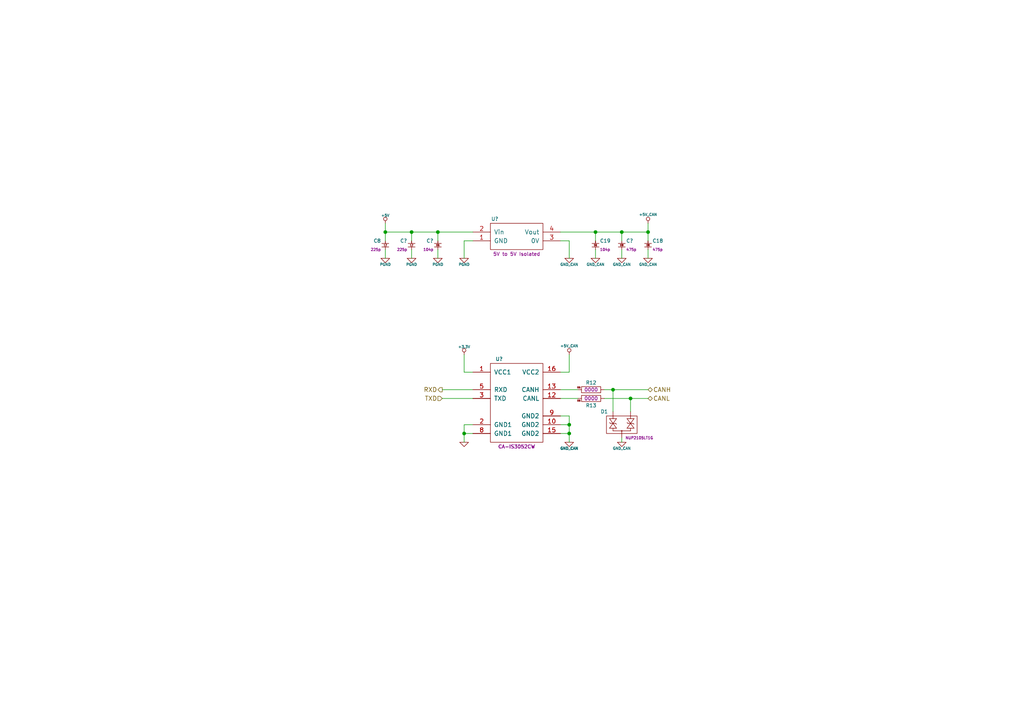
<source format=kicad_sch>
(kicad_sch (version 20231120) (generator "eeschema") (generator_version "8.0")
  (paper "A4")
  (lib_symbols
    (symbol "+5V_ISO_1" (power) (pin_names (offset 1.016))
      (property "Value" "+5V_CAN" (at 0 3.81 0))
      (symbol "+5V_ISO_1_0_1"
        (polyline (pts (xy 0 0) (xy 0 0.762) (xy 0 0.762) (xy 0 0.762)))
        (circle (center 0 1.27) (radius 0.508))
      )
      (symbol "+5V_ISO_1_1_0"
        (pin power_in line (at 0 0 90) (length 0) hide (name "+5V_CAN") (number "1"))
      )
    )
    (symbol "Capacitor_MLCC:0603B104K500" (pin_numbers hide) (pin_names (offset 1.016) hide)
      (property "Reference" "C" (at 1.27 1.27 0))
      (property "#Value" "104p" (at 1.27 -1.27 0))
      (symbol "0603B104K500_0_0"
        (text "06" (at 0 0 0) (effects (font (size 0.508 0.508))))
      )
      (symbol "0603B104K500_0_1"
        (polyline (pts (xy -1.016 -0.508) (xy 1.016 -0.508)))
        (polyline (pts (xy -1.016 0.508) (xy 1.016 0.508)))
        (polyline (pts (xy 0 1.27) (xy 0 0.635) (xy 0 0.635)))
      )
      (symbol "0603B104K500_1_1"
        (pin passive line (at 0 -1.27 90) (length 0.762) (name "~") (number "1"))
        (pin passive line (at 0 1.27 270) (length 0.762) (name "~") (number "2"))
      )
    )
    (symbol "Capacitor_MLCC:0805B475K160" (pin_numbers hide) (pin_names (offset 1.016) hide)
      (property "Reference" "C" (at 1.27 1.27 0))
      (property "#Value" "475p" (at 1.27 -1.27 0))
      (symbol "0805B475K160_0_0"
        (text "08" (at 0 0 0) (effects (font (size 0.508 0.508))))
      )
      (symbol "0805B475K160_0_1"
        (polyline (pts (xy -1.016 -0.508) (xy 1.016 -0.508)))
        (polyline (pts (xy -1.016 0.508) (xy 1.016 0.508)))
        (polyline (pts (xy 0 1.27) (xy 0 0.635) (xy 0 0.635)))
      )
      (symbol "0805B475K160_1_1"
        (pin passive line (at 0 -1.27 90) (length 0.762) (name "~") (number "1"))
        (pin passive line (at 0 1.27 270) (length 0.762) (name "~") (number "2"))
      )
    )
    (symbol "Capacitor_MLCC:1206B225K500" (pin_numbers hide) (pin_names (offset 1.016) hide)
      (property "Reference" "C" (at 1.27 1.27 0))
      (property "#Value" "225p" (at 1.27 -1.27 0))
      (symbol "1206B225K500_0_0"
        (text "12" (at 0 0 0) (effects (font (size 0.508 0.508))))
      )
      (symbol "1206B225K500_0_1"
        (polyline (pts (xy -1.016 -0.508) (xy 1.016 -0.508)))
        (polyline (pts (xy -1.016 0.508) (xy 1.016 0.508)))
        (polyline (pts (xy 0 1.27) (xy 0 0.635) (xy 0 0.635)))
      )
      (symbol "1206B225K500_1_1"
        (pin passive line (at 0 -1.27 90) (length 0.762) (name "~") (number "1"))
        (pin passive line (at 0 1.27 270) (length 0.762) (name "~") (number "2"))
      )
    )
    (symbol "GND_ISO_1" (power) (pin_names (offset 0))
      (property "Value" "GND_CAN" (at 0 -1.778 0))
      (symbol "GND_ISO_1_0_1"
        (polyline (pts (xy -1.27 0) (xy 0 -1.27) (xy 1.27 0) (xy -1.27 0)))
      )
      (symbol "GND_ISO_1_1_1"
        (pin power_in line (at 0 0 90) (length 0) hide (name "GND_CAN") (number "1"))
      )
    )
    (symbol "NUP2105LT1G_1" (pin_numbers hide) (pin_names (offset 1.016) hide)
      (property "Reference" "D" (at -5.08 3.81 0))
      (property "#Value" "NUP2105LT1G" (at 5.08 -3.81 0))
      (symbol "NUP2105LT1G_1_0_1"
        (rectangle (start -4.445 2.54) (end 4.445 -2.54))
        (circle (center 0 -1.778) (radius 0.127))
        (polyline (pts (xy -3.556 -1.016) (xy -1.524 -1.016)))
        (polyline (pts (xy -3.556 1.778) (xy -1.524 -1.016)))
        (polyline (pts (xy -3.302 0.381) (xy -3.556 0.635)))
        (polyline (pts (xy -2.54 -1.778) (xy -2.54 -1.016)))
        (polyline (pts (xy -2.54 0.381) (xy -1.778 0.381)))
        (polyline (pts (xy -2.54 1.778) (xy -3.556 1.778)))
        (polyline (pts (xy -2.54 1.778) (xy -1.524 1.778)))
        (polyline (pts (xy -2.54 2.54) (xy -2.54 1.778)))
        (polyline (pts (xy -1.778 0.381) (xy -1.524 0.127)))
        (polyline (pts (xy -1.524 1.778) (xy -3.556 -1.016)))
        (polyline (pts (xy 0 -1.778) (xy -2.54 -1.778)))
        (polyline (pts (xy 0 -1.778) (xy 0 -2.54)))
        (polyline (pts (xy 0 -1.778) (xy 2.54 -1.778)))
        (polyline (pts (xy -2.54 0.381) (xy -3.302 0.381) (xy -3.175 0.381)))
      )
      (symbol "NUP2105LT1G_1_1_1"
        (polyline (pts (xy 1.524 -1.016) (xy 3.556 -1.016)))
        (polyline (pts (xy 1.524 1.778) (xy 3.556 -1.016)))
        (polyline (pts (xy 1.778 0.381) (xy 1.524 0.635)))
        (polyline (pts (xy 2.54 -1.778) (xy 2.54 -1.016)))
        (polyline (pts (xy 2.54 0.381) (xy 3.302 0.381)))
        (polyline (pts (xy 2.54 1.778) (xy 1.524 1.778)))
        (polyline (pts (xy 2.54 1.778) (xy 3.556 1.778)))
        (polyline (pts (xy 2.54 2.54) (xy 2.54 1.778)))
        (polyline (pts (xy 3.302 0.381) (xy 3.556 0.127)))
        (polyline (pts (xy 3.556 1.778) (xy 1.524 -1.016)))
        (polyline (pts (xy 2.54 0.381) (xy 1.778 0.381) (xy 1.905 0.381)))
        (pin passive line (at -2.54 3.81 270) (length 1.27) (name "A2") (number "1"))
        (pin passive line (at 2.54 3.81 270) (length 1.27) (name "C1") (number "2"))
        (pin passive line (at 0 -3.81 90) (length 1.27) (name "A1C2") (number "3"))
      )
    )
    (symbol "Power_Module:B0505S-1W_ReSine PS" (pin_names (offset 1.016))
      (property "Reference" "U" (at -6.35 10.16 0))
      (property "#Value" "5V to 5V Isolated" (at 0 0 0))
      (symbol "B0505S-1W_ReSine PS_0_1"
        (rectangle (start -7.62 8.89) (end 7.62 1.27))
      )
      (symbol "B0505S-1W_ReSine PS_1_1"
        (pin power_in line (at -12.7 3.81 0) (length 5.08) (name "GND") (number "1"))
        (pin power_in line (at -12.7 6.35 0) (length 5.08) (name "Vin") (number "2"))
        (pin power_out line (at 12.7 3.81 180) (length 5.08) (name "0V") (number "3"))
        (pin power_out line (at 12.7 6.35 180) (length 5.08) (name "Vout") (number "4"))
      )
    )
    (symbol "Resistor:WR06X0000JTL" (pin_numbers hide) (pin_names (offset 0.0254))
      (property "Reference" "R" (at 0 2.032 0))
      (property "#Value" "0000" (at 0 0 0))
      (symbol "WR06X0000JTL_0_0"
        (text "06" (at -3.556 0.635 0) (effects (font (size 0.508 0.508))))
      )
      (symbol "WR06X0000JTL_0_1"
        (rectangle (start -2.794 -0.889) (end 2.794 0.889))
      )
      (symbol "WR06X0000JTL_1_1"
        (pin passive line (at -3.81 0 0) (length 1.016) (name "~") (number "1"))
        (pin passive line (at 3.81 0 180) (length 1.016) (name "~") (number "2"))
      )
    )
    (symbol "Transceiver:CA-IS3052CW" (pin_names (offset 1.016))
      (property "Reference" "U" (at -5.08 25.4 0))
      (property "#Value" "CA-IS3052CW" (at 0 0 0))
      (symbol "CA-IS3052CW_0_1"
        (rectangle (start -7.62 24.13) (end 7.62 1.27))
      )
      (symbol "CA-IS3052CW_1_1"
        (pin power_in line (at -12.7 21.59 0) (length 5.08) (name "VCC1") (number "1"))
        (pin power_in line (at 12.7 6.35 180) (length 5.08) (name "GND2") (number "10"))
        (pin bidirectional line (at 12.7 13.97 180) (length 5.08) (name "CANL") (number "12"))
        (pin bidirectional line (at 12.7 16.51 180) (length 5.08) (name "CANH") (number "13"))
        (pin power_in line (at 12.7 3.81 180) (length 5.08) (name "GND2") (number "15"))
        (pin power_in line (at 12.7 21.59 180) (length 5.08) (name "VCC2") (number "16"))
        (pin power_in line (at -12.7 6.35 0) (length 5.08) (name "GND1") (number "2"))
        (pin output line (at -12.7 13.97 0) (length 5.08) (name "TXD") (number "3"))
        (pin input line (at -12.7 16.51 0) (length 5.08) (name "RXD") (number "5"))
        (pin power_in line (at -12.7 3.81 0) (length 5.08) (name "GND1") (number "8"))
        (pin power_in line (at 12.7 8.89 180) (length 5.08) (name "GND2") (number "9"))
      )
    )
    (symbol "power:+3.3V" (power) (pin_names (offset 1.016))
      (property "Value" "+3.3V" (at 0 2.286 0))
      (symbol "+3.3V_0_0"
        (pin power_in line (at 0 0 90) (length 0) hide (name "+3.3V") (number "1"))
      )
      (symbol "+3.3V_0_1"
        (polyline (pts (xy 0 0) (xy 0 0.762) (xy 0 0.762) (xy 0 0.762)))
        (circle (center 0 1.27) (radius 0.508))
      )
    )
    (symbol "power:+5V" (power) (pin_names (offset 1.016))
      (property "Value" "+5V" (at 0 2.286 0))
      (symbol "+5V_0_0"
        (pin power_in line (at 0 0 90) (length 0) hide (name "+5V") (number "1"))
      )
      (symbol "+5V_0_1"
        (polyline (pts (xy 0 0) (xy 0 0.762) (xy 0 0.762) (xy 0 0.762)))
        (circle (center 0 1.27) (radius 0.508))
      )
    )
    (symbol "power:GND" (power) (pin_names (offset 0))
      (symbol "GND_0_1"
        (polyline (pts (xy -1.27 0) (xy 0 -1.27) (xy 1.27 0) (xy -1.27 0)))
      )
      (symbol "GND_1_1"
        (pin power_in line (at 0 0 90) (length 0) hide (name "GND") (number "1"))
      )
    )
    (symbol "power:PGND" (power) (pin_names (offset 0))
      (property "Value" "PGND" (at 0 -1.778 0))
      (symbol "PGND_0_1"
        (polyline (pts (xy -1.27 0) (xy 0 -1.27) (xy 1.27 0) (xy -1.27 0)))
      )
      (symbol "PGND_1_1"
        (pin power_in line (at 0 0 90) (length 0) hide (name "PGND") (number "1"))
      )
    )
  )
  (junction (at 165.1 125.73))
  (junction (at 127 67.31))
  (junction (at 165.1 123.19))
  (junction (at 172.72 67.31))
  (junction (at 134.62 125.73))
  (junction (at 111.76 67.31))
  (junction (at 187.96 67.31))
  (junction (at 177.8 113.03))
  (junction (at 182.88 115.57))
  (junction (at 119.38 67.31))
  (junction (at 180.34 67.31))
  (wire (pts (xy 119.38 72.39) (xy 119.38 74.93)))
  (wire (pts (xy 187.96 67.31) (xy 187.96 69.85)))
  (wire (pts (xy 162.56 120.65) (xy 165.1 120.65)))
  (wire (pts (xy 162.56 123.19) (xy 165.1 123.19)))
  (wire (pts (xy 162.56 67.31) (xy 172.72 67.31)))
  (wire (pts (xy 111.76 64.77) (xy 111.76 67.31)))
  (wire (pts (xy 119.38 67.31) (xy 111.76 67.31)))
  (wire (pts (xy 165.1 102.87) (xy 165.1 107.95)))
  (wire (pts (xy 180.34 67.31) (xy 187.96 67.31)))
  (wire (pts (xy 165.1 123.19) (xy 165.1 125.73)))
  (wire (pts (xy 187.96 64.77) (xy 187.96 67.31)))
  (wire (pts (xy 111.76 72.39) (xy 111.76 74.93)))
  (wire (pts (xy 177.8 113.03) (xy 175.26 113.03)))
  (wire (pts (xy 127 67.31) (xy 137.16 67.31)))
  (wire (pts (xy 177.8 113.03) (xy 177.8 119.38)))
  (wire (pts (xy 128.27 113.03) (xy 137.16 113.03)))
  (wire (pts (xy 172.72 67.31) (xy 172.72 69.85)))
  (wire (pts (xy 134.62 69.85) (xy 134.62 74.93)))
  (wire (pts (xy 167.64 115.57) (xy 162.56 115.57)))
  (wire (pts (xy 182.88 115.57) (xy 187.96 115.57)))
  (wire (pts (xy 134.62 125.73) (xy 137.16 125.73)))
  (wire (pts (xy 165.1 120.65) (xy 165.1 123.19)))
  (wire (pts (xy 172.72 72.39) (xy 172.72 74.93)))
  (wire (pts (xy 111.76 67.31) (xy 111.76 69.85)))
  (wire (pts (xy 180.34 127) (xy 180.34 128.27)))
  (wire (pts (xy 127 67.31) (xy 127 69.85)))
  (wire (pts (xy 134.62 102.87) (xy 134.62 107.95)))
  (wire (pts (xy 127 67.31) (xy 119.38 67.31)))
  (wire (pts (xy 162.56 69.85) (xy 165.1 69.85)))
  (wire (pts (xy 187.96 72.39) (xy 187.96 74.93)))
  (wire (pts (xy 177.8 113.03) (xy 187.96 113.03)))
  (wire (pts (xy 127 72.39) (xy 127 74.93)))
  (wire (pts (xy 172.72 67.31) (xy 180.34 67.31)))
  (wire (pts (xy 182.88 115.57) (xy 182.88 119.38)))
  (wire (pts (xy 137.16 107.95) (xy 134.62 107.95)))
  (wire (pts (xy 182.88 115.57) (xy 175.26 115.57)))
  (wire (pts (xy 180.34 72.39) (xy 180.34 74.93)))
  (wire (pts (xy 119.38 67.31) (xy 119.38 69.85)))
  (wire (pts (xy 162.56 107.95) (xy 165.1 107.95)))
  (wire (pts (xy 162.56 125.73) (xy 165.1 125.73)))
  (wire (pts (xy 134.62 123.19) (xy 134.62 125.73)))
  (wire (pts (xy 134.62 125.73) (xy 134.62 128.27)))
  (wire (pts (xy 180.34 67.31) (xy 180.34 69.85)))
  (wire (pts (xy 167.64 113.03) (xy 162.56 113.03)))
  (wire (pts (xy 137.16 69.85) (xy 134.62 69.85)))
  (wire (pts (xy 128.27 115.57) (xy 137.16 115.57)))
  (wire (pts (xy 165.1 125.73) (xy 165.1 128.27)))
  (wire (pts (xy 165.1 69.85) (xy 165.1 74.93)))
  (wire (pts (xy 137.16 123.19) (xy 134.62 123.19)))
  (hierarchical_label "CANH" (shape bidirectional) (at 187.96 113.03 0))
  (hierarchical_label "CANL" (shape bidirectional) (at 187.96 115.57 0))
  (hierarchical_label "RXD" (shape output) (at 128.27 113.03 180))
  (hierarchical_label "TXD" (shape input) (at 128.27 115.57 180))
  (symbol (lib_id "Capacitor_MLCC:0805B475K160") (at 187.96 71.12 0) (unit 1)
    (property "Reference" "C18" (at 189.23 69.85 0) (effects (font (size 1.016 1.016)) (justify left)))
    (property "Value" "0805B475K160" (effects (hide yes)))
    (property "Footprint" "SMC:0805" (effects (hide yes)))
    (property "Description" "4.7uF ±10% 16V X7R" (effects (hide yes)))
    (property "Manufacturer" "WALSIN" (effects (hide yes)))
    (property "#Value" "475p" (at 189.23 72.39 0) (effects (font (size 0.762 0.762)) (justify left)))
  )
  (symbol (lib_id "power:PGND") (at 111.76 74.93 0) (unit 1)
    (property "Reference" "#PWR031" (effects (hide yes)))
    (property "Value" "PGND" (at 111.76 76.708 0) (effects (font (size 0.762 0.762))))
  )
  (symbol (lib_id "Capacitor_MLCC:0603B104K500") (at 172.72 71.12 0) (unit 1)
    (property "Reference" "C19" (at 173.99 69.85 0) (effects (font (size 1.016 1.016)) (justify left)))
    (property "Value" "0603B104K500" (effects (hide yes)))
    (property "Footprint" "SMC:0603" (effects (hide yes)))
    (property "Description" "100nF ±10% 50V X7R" (effects (hide yes)))
    (property "Manufacturer" "WALSIN" (effects (hide yes)))
    (property "#Value" "104p" (at 173.99 72.39 0) (effects (font (size 0.762 0.762)) (justify left)))
  )
  (symbol (lib_name "GND_ISO_1") (lib_id "power:GND_ISO") (at 180.34 128.27 0) (unit 1)
    (property "Reference" "#GND_CAN05" (effects (hide yes)))
    (property "Value" "GND_CAN" (at 180.34 130.048 0) (effects (font (size 0.762 0.762))))
  )
  (symbol (lib_id "Resistor:WR06X0000JTL") (at 171.45 113.03 0) (unit 1)
    (property "Reference" "R12" (at 171.45 110.998 0) (effects (font (size 1.016 1.016))))
    (property "Value" "WR06X0000JTL" (effects (hide yes)))
    (property "Footprint" "SMR:0603" (effects (hide yes)))
    (property "Description" "0 Ohm 5% 1/10W" (effects (hide yes)))
    (property "Manufacturer" "WALSIN" (effects (hide yes)))
    (property "#Value" "0000" (at 171.45 113.03 0) (effects (font (size 1.016 1.016))))
  )
  (symbol (lib_id "Capacitor_MLCC:0805B475K160") (at 180.34 71.12 0) (unit 1)
    (property "Reference" "C?" (at 181.61 69.85 0) (effects (font (size 1.016 1.016)) (justify left)))
    (property "Value" "0805B475K160" (effects (hide yes)))
    (property "Footprint" "SMC:0805" (effects (hide yes)))
    (property "Description" "4.7uF ±10% 16V X7R" (effects (hide yes)))
    (property "Manufacturer" "WALSIN" (effects (hide yes)))
    (property "#Value" "475p" (at 181.61 72.39 0) (effects (font (size 0.762 0.762)) (justify left)))
  )
  (symbol (lib_id "Capacitor_MLCC:1206B225K500") (at 119.38 71.12 0) (mirror y) (unit 1)
    (property "Reference" "C?" (at 118.11 69.85 0) (effects (font (size 1.016 1.016)) (justify left)))
    (property "Value" "1206B225K500" (effects (hide yes)))
    (property "Footprint" "SMC:0805" (effects (hide yes)))
    (property "Description" "2.2uF ±10% 50V X7R" (effects (hide yes)))
    (property "Manufacturer" "WALSIN" (effects (hide yes)))
    (property "#Value" "225p" (at 118.11 72.39 0) (effects (font (size 0.762 0.762)) (justify left)))
  )
  (symbol (lib_id "Power_Module:B0505S-1W_ReSine PS") (at 149.86 73.66 0) (unit 1)
    (property "Reference" "U?" (at 143.51 63.5 0) (effects (font (size 1.016 1.016))))
    (property "Value" "B0505S-1W" (effects (hide yes)))
    (property "Footprint" "ReSine PS:BXXS-1W" (effects (hide yes)))
    (property "Description" "1W, FIXED INPUT ISOLATED & UNREGULATED SINGLE OUTPUT MINIATURE SIP PACKAGE" (effects (hide yes)))
    (property "Manufacturer" "ReSine PS" (effects (hide yes)))
    (property "#Value" "5V to 5V Isolated" (at 149.86 73.66 0) (effects (font (size 1.016 1.016))))
  )
  (symbol (lib_id "power:PGND") (at 127 74.93 0) (unit 1)
    (property "Reference" "#PWR017" (effects (hide yes)))
    (property "Value" "PGND" (at 127 76.708 0) (effects (font (size 0.762 0.762))))
  )
  (symbol (lib_id "power:+5V") (at 111.76 64.77 0) (unit 1)
    (property "Reference" "#PWR?" (effects (hide yes)))
    (property "Value" "+5V" (at 111.76 62.484 0) (effects (font (size 0.762 0.762))))
  )
  (symbol (lib_id "Capacitor_MLCC:1206B225K500") (at 111.76 71.12 0) (mirror y) (unit 1)
    (property "Reference" "C8" (at 110.49 69.85 0) (effects (font (size 1.016 1.016)) (justify left)))
    (property "Value" "1206B225K500" (effects (hide yes)))
    (property "Footprint" "SMC:0805" (effects (hide yes)))
    (property "Description" "2.2uF ±10% 50V X7R" (effects (hide yes)))
    (property "Manufacturer" "WALSIN" (effects (hide yes)))
    (property "#Value" "225p" (at 110.49 72.39 0) (effects (font (size 0.762 0.762)) (justify left)))
  )
  (symbol (lib_id "power:PGND") (at 134.62 74.93 0) (unit 1)
    (property "Reference" "#PWR015" (effects (hide yes)))
    (property "Value" "PGND" (at 134.62 76.708 0) (effects (font (size 0.762 0.762))))
  )
  (symbol (lib_name "+5V_ISO_1") (lib_id "power:+5V_ISO") (at 165.1 102.87 0) (unit 1)
    (property "Reference" "#5V_CAN01" (effects (hide yes)))
    (property "Value" "+5V_CAN" (at 165.1 100.33 0) (effects (font (size 0.762 0.762))))
  )
  (symbol (lib_id "Capacitor_MLCC:0603B104K500") (at 127 71.12 0) (mirror y) (unit 1)
    (property "Reference" "C?" (at 125.73 69.85 0) (effects (font (size 1.016 1.016)) (justify left)))
    (property "Value" "0603B104K500" (effects (hide yes)))
    (property "Footprint" "SMC:0603" (effects (hide yes)))
    (property "Description" "100nF ±10% 50V X7R" (effects (hide yes)))
    (property "Manufacturer" "WALSIN" (effects (hide yes)))
    (property "#Value" "104p" (at 125.73 72.39 0) (effects (font (size 0.762 0.762)) (justify left)))
  )
  (symbol (lib_name "GND_ISO_1") (lib_id "power:GND_ISO") (at 165.1 128.27 0) (unit 1)
    (property "Reference" "#GND_CAN04" (effects (hide yes)))
    (property "Value" "GND_CAN" (at 165.1 130.048 0) (effects (font (size 0.762 0.762))))
  )
  (symbol (lib_id "power:PGND") (at 119.38 74.93 0) (unit 1)
    (property "Reference" "#PWR030" (effects (hide yes)))
    (property "Value" "PGND" (at 119.38 76.708 0) (effects (font (size 0.762 0.762))))
  )
  (symbol (lib_name "GND_ISO_1") (lib_id "power:GND_ISO") (at 187.96 74.93 0) (unit 1)
    (property "Reference" "#GND_CAN03" (effects (hide yes)))
    (property "Value" "GND_CAN" (at 187.96 76.708 0) (effects (font (size 0.762 0.762))))
  )
  (symbol (lib_id "Transceiver:CA-IS3052CW") (at 149.86 129.54 0) (unit 1)
    (property "Reference" "U?" (at 144.78 104.14 0) (effects (font (size 1.016 1.016))))
    (property "Value" "CA-IS3052CW" (effects (hide yes)))
    (property "Footprint" "SO:SOIC-16-WB" (effects (hide yes)))
    (property "Description" "Isolated CAN Transceiver" (effects (hide yes)))
    (property "Manufacturer" "Chipanalog" (effects (hide yes)))
    (property "#Value" "CA-IS3052CW" (at 149.86 129.54 0) (effects (font (size 1.016 1.016))))
    (property "Code" "0" (effects (hide yes)))
  )
  (symbol (lib_id "power:GND") (at 134.62 128.27 0) (unit 1)
    (property "Reference" "#PWR?" (effects (hide yes)))
    (property "Value" "GND" (effects (hide yes)))
  )
  (symbol (lib_name "NUP2105LT1G_1") (lib_id "Diode_Protection:NUP2105LT1G") (at 180.34 123.19 0) (unit 1)
    (property "Reference" "D1" (at 175.26 119.38 0) (effects (font (size 1.016 1.016))))
    (property "Value" "NUP2105LT1G" (effects (hide yes)))
    (property "Footprint" "SOT:SOT23" (effects (hide yes)))
    (property "Description" "ULTRA HIGH SPEED SWITCHING APPLICATION" (effects (hide yes)))
    (property "Manufacturer" "ON Semiconductor" (effects (hide yes)))
    (property "#Value" "NUP2105LT1G" (at 185.42 127 0) (effects (font (size 0.762 0.762))))
  )
  (symbol (lib_name "GND_ISO_1") (lib_id "power:GND_ISO") (at 172.72 74.93 0) (unit 1)
    (property "Reference" "#GND_CAN01" (effects (hide yes)))
    (property "Value" "GND_CAN" (at 172.72 76.708 0) (effects (font (size 0.762 0.762))))
  )
  (symbol (lib_name "GND_ISO_1") (lib_id "power:GND_ISO") (at 165.1 74.93 0) (unit 1)
    (property "Reference" "#GND_CAN" (effects (hide yes)))
    (property "Value" "GND_CAN" (at 165.1 76.708 0) (effects (font (size 0.762 0.762))))
  )
  (symbol (lib_name "GND_ISO_1") (lib_id "power:GND_ISO") (at 180.34 74.93 0) (unit 1)
    (property "Reference" "#GND_CAN02" (effects (hide yes)))
    (property "Value" "GND_CAN" (at 180.34 76.708 0) (effects (font (size 0.762 0.762))))
  )
  (symbol (lib_name "+5V_ISO_1") (lib_id "power:+5V_ISO") (at 187.96 64.77 0) (unit 1)
    (property "Reference" "#5V_CAN" (effects (hide yes)))
    (property "Value" "+5V_CAN" (at 187.96 62.23 0) (effects (font (size 0.762 0.762))))
  )
  (symbol (lib_id "power:+3.3V") (at 134.62 102.87 0) (unit 1)
    (property "Reference" "#PWR?" (effects (hide yes)))
    (property "Value" "+3.3V" (at 134.62 100.584 0) (effects (font (size 0.762 0.762))))
  )
  (symbol (lib_id "Resistor:WR06X0000JTL") (at 171.45 115.57 0) (mirror x) (unit 1)
    (property "Reference" "R13" (at 171.45 117.602 0) (effects (font (size 1.016 1.016))))
    (property "Value" "WR06X0000JTL" (effects (hide yes)))
    (property "Footprint" "SMR:0603" (effects (hide yes)))
    (property "Description" "0 Ohm 5% 1/10W" (effects (hide yes)))
    (property "Manufacturer" "WALSIN" (effects (hide yes)))
    (property "#Value" "0000" (at 171.45 115.57 0) (effects (font (size 1.016 1.016))))
  )
)
</source>
